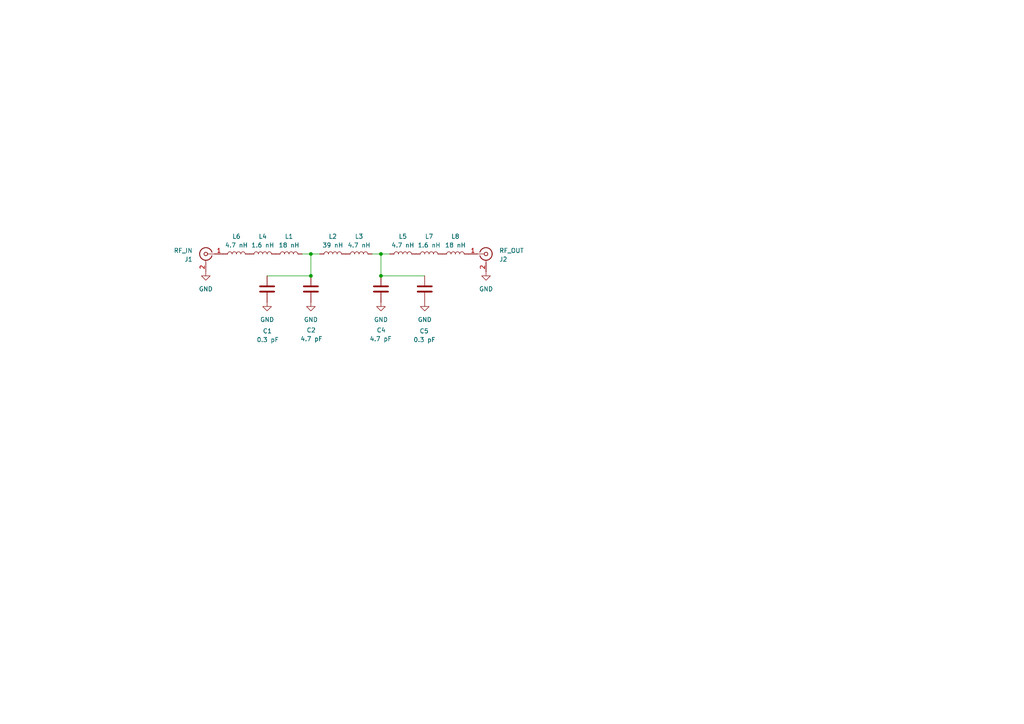
<source format=kicad_sch>
(kicad_sch (version 20231120) (generator "eeschema") (generator_version "8.0")
  (paper "A4")
  (lib_symbols
    (symbol "Connector:Conn_Coaxial" (pin_names (offset 1.016) hide)
      (property "Reference" "J" (at 0.254 3.048 0))
      (property "Value" "Conn_Coaxial" (at 2.921 0 90))
      (symbol "Conn_Coaxial_0_1"
        (arc (start -1.778 -0.508) (mid 0.2311 -1.8066) (end 1.778 0) (stroke (width 0.254)))
        (polyline (pts (xy -2.54 0) (xy -0.508 0)))
        (polyline (pts (xy 0 -2.54) (xy 0 -1.778)))
        (circle (center 0 0) (radius 0.508) (stroke (width 0.2032)))
        (arc (start 1.778 0) (mid 0.2099 1.8101) (end -1.778 0.508) (stroke (width 0.254)))
      )
      (symbol "Conn_Coaxial_1_1"
        (pin passive line (at -5.08 0 0) (length 2.54) (name "In") (number "1"))
        (pin passive line (at 0 -5.08 90) (length 2.54) (name "Ext") (number "2"))
      )
    )
    (symbol "Device:C" (pin_numbers hide) (pin_names (offset 0.254))
      (property "Reference" "C" (at 0.635 2.54 0))
      (property "Value" "C" (at 0.635 -2.54 0))
      (symbol "C_0_1"
        (polyline (pts (xy -2.032 -0.762) (xy 2.032 -0.762)) (stroke (width 0.508)))
        (polyline (pts (xy -2.032 0.762) (xy 2.032 0.762)) (stroke (width 0.508)))
      )
      (symbol "C_1_1"
        (pin passive line (at 0 3.81 270) (length 2.794) (name "~") (number "1"))
        (pin passive line (at 0 -3.81 90) (length 2.794) (name "~") (number "2"))
      )
    )
    (symbol "Device:L" (pin_numbers hide) (pin_names (offset 1.016) hide)
      (property "Reference" "L" (at -1.27 0 90))
      (property "Value" "L" (at 1.905 0 90))
      (symbol "L_0_1"
        (arc (start 0 -2.54) (mid 0.6323 -1.905) (end 0 -1.27))
        (arc (start 0 -1.27) (mid 0.6323 -0.635) (end 0 0))
        (arc (start 0 0) (mid 0.6323 0.635) (end 0 1.27))
        (arc (start 0 1.27) (mid 0.6323 1.905) (end 0 2.54))
      )
      (symbol "L_1_1"
        (pin passive line (at 0 3.81 270) (length 1.27) (name "1") (number "1"))
        (pin passive line (at 0 -3.81 90) (length 1.27) (name "2") (number "2"))
      )
    )
    (symbol "power:GND" (power) (pin_numbers hide) (pin_names (offset 0) hide)
      (property "Value" "GND" (at 0 -3.81 0))
      (symbol "GND_0_1"
        (polyline (pts (xy 0 0) (xy 0 -1.27) (xy 1.27 -1.27) (xy 0 -2.54) (xy -1.27 -1.27) (xy 0 -1.27)))
      )
      (symbol "GND_1_1"
        (pin power_in line (at 0 0 270) (length 0) (name "~") (number "1"))
      )
    )
  )
  (junction (at 110.49 73.66))
  (junction (at 90.17 80.01))
  (junction (at 110.49 80.01))
  (junction (at 90.17 73.66))
  (wire (pts (xy 87.63 73.66) (xy 90.17 73.66)))
  (wire (pts (xy 90.17 73.66) (xy 90.17 80.01)))
  (wire (pts (xy 110.49 80.01) (xy 123.19 80.01)))
  (wire (pts (xy 90.17 73.66) (xy 92.71 73.66)))
  (wire (pts (xy 110.49 73.66) (xy 110.49 80.01)))
  (wire (pts (xy 110.49 73.66) (xy 113.03 73.66)))
  (wire (pts (xy 107.95 73.66) (xy 110.49 73.66)))
  (wire (pts (xy 77.47 80.01) (xy 90.17 80.01)))
  (symbol (lib_id "Device:C") (at 110.49 83.82 0) (unit 1)
    (property "Reference" "C4" (at 109.22 95.758 0) (effects (justify left)))
    (property "Value" "4.7 pF" (at 107.188 98.298 0) (effects (justify left)))
    (property "Footprint" "Capacitor_SMD:C_0603_1608Metric" (effects (hide yes)))
    (property "Description" "Unpolarized capacitor" (effects (hide yes)))
  )
  (symbol (lib_id "Device:L") (at 83.82 73.66 90) (unit 1)
    (property "Reference" "L1" (at 83.82 68.58 90))
    (property "Value" "18 nH" (at 83.82 71.12 90))
    (property "Footprint" "Inductor_SMD:L_0603_1608Metric" (effects (hide yes)))
    (property "Description" "Inductor" (effects (hide yes)))
  )
  (symbol (lib_id "power:GND") (at 59.69 78.74 0) (unit 1)
    (property "Reference" "#PWR01" (effects (hide yes)))
    (property "Value" "GND" (at 59.69 83.82 0))
    (property "Description" "Power symbol creates a global label with name \"GND\" , ground" (effects (hide yes)))
  )
  (symbol (lib_id "Device:L") (at 76.2 73.66 90) (unit 1)
    (property "Reference" "L4" (at 76.2 68.58 90))
    (property "Value" "1.6 nH" (at 76.2 71.12 90))
    (property "Footprint" "Inductor_SMD:L_0603_1608Metric" (effects (hide yes)))
    (property "Description" "Inductor" (effects (hide yes)))
  )
  (symbol (lib_id "Connector:Conn_Coaxial") (at 140.97 73.66 0) (unit 1)
    (property "Reference" "J2" (at 144.78 75.2233 0) (effects (justify left)))
    (property "Value" "RF_OUT" (at 144.78 72.6833 0) (effects (justify left)))
    (property "Footprint" "sma_china:SMA_CHINA" (effects (hide yes)))
    (property "Description" "coaxial connector (BNC, SMA, SMB, SMC, Cinch/RCA, LEMO, ...)" (effects (hide yes)))
  )
  (symbol (lib_id "power:GND") (at 140.97 78.74 0) (unit 1)
    (property "Reference" "#PWR08" (effects (hide yes)))
    (property "Value" "GND" (at 140.97 83.82 0))
    (property "Description" "Power symbol creates a global label with name \"GND\" , ground" (effects (hide yes)))
  )
  (symbol (lib_id "Device:L") (at 104.14 73.66 90) (unit 1)
    (property "Reference" "L3" (at 104.14 68.58 90))
    (property "Value" "4.7 nH" (at 104.14 71.12 90))
    (property "Footprint" "Inductor_SMD:L_0603_1608Metric" (effects (hide yes)))
    (property "Description" "Inductor" (effects (hide yes)))
  )
  (symbol (lib_id "Device:C") (at 123.19 83.82 0) (unit 1)
    (property "Reference" "C5" (at 121.666 96.012 0) (effects (justify left)))
    (property "Value" "0.3 pF" (at 119.888 98.552 0) (effects (justify left)))
    (property "Footprint" "Capacitor_SMD:C_0603_1608Metric" (effects (hide yes)))
    (property "Description" "Unpolarized capacitor" (effects (hide yes)))
  )
  (symbol (lib_id "Device:L") (at 116.84 73.66 90) (unit 1)
    (property "Reference" "L5" (at 116.84 68.58 90))
    (property "Value" "4.7 nH" (at 116.84 71.12 90))
    (property "Footprint" "Inductor_SMD:L_0603_1608Metric" (effects (hide yes)))
    (property "Description" "Inductor" (effects (hide yes)))
  )
  (symbol (lib_id "Device:L") (at 132.08 73.66 90) (unit 1)
    (property "Reference" "L8" (at 132.08 68.58 90))
    (property "Value" "18 nH" (at 132.08 71.12 90))
    (property "Footprint" "Inductor_SMD:L_0603_1608Metric" (effects (hide yes)))
    (property "Description" "Inductor" (effects (hide yes)))
  )
  (symbol (lib_id "Device:L") (at 68.58 73.66 90) (unit 1)
    (property "Reference" "L6" (at 68.58 68.58 90))
    (property "Value" "4.7 nH" (at 68.58 71.12 90))
    (property "Footprint" "Inductor_SMD:L_0603_1608Metric" (effects (hide yes)))
    (property "Description" "Inductor" (effects (hide yes)))
  )
  (symbol (lib_id "Device:C") (at 90.17 83.82 0) (unit 1)
    (property "Reference" "C2" (at 88.9 95.758 0) (effects (justify left)))
    (property "Value" "4.7 pF" (at 87.122 98.298 0) (effects (justify left)))
    (property "Footprint" "Capacitor_SMD:C_0603_1608Metric" (effects (hide yes)))
    (property "Description" "Unpolarized capacitor" (effects (hide yes)))
  )
  (symbol (lib_id "power:GND") (at 110.49 87.63 0) (unit 1)
    (property "Reference" "#PWR05" (effects (hide yes)))
    (property "Value" "GND" (at 110.49 92.71 0))
    (property "Description" "Power symbol creates a global label with name \"GND\" , ground" (effects (hide yes)))
  )
  (symbol (lib_id "power:GND") (at 90.17 87.63 0) (unit 1)
    (property "Reference" "#PWR03" (effects (hide yes)))
    (property "Value" "GND" (at 90.17 92.71 0))
    (property "Description" "Power symbol creates a global label with name \"GND\" , ground" (effects (hide yes)))
  )
  (symbol (lib_id "Device:L") (at 96.52 73.66 90) (unit 1)
    (property "Reference" "L2" (at 96.52 68.58 90))
    (property "Value" "39 nH" (at 96.52 71.12 90))
    (property "Footprint" "Inductor_SMD:L_0603_1608Metric" (effects (hide yes)))
    (property "Description" "Inductor" (effects (hide yes)))
  )
  (symbol (lib_id "Device:L") (at 124.46 73.66 90) (unit 1)
    (property "Reference" "L7" (at 124.46 68.58 90))
    (property "Value" "1.6 nH" (at 124.46 71.12 90))
    (property "Footprint" "Inductor_SMD:L_0603_1608Metric" (effects (hide yes)))
    (property "Description" "Inductor" (effects (hide yes)))
  )
  (symbol (lib_id "power:GND") (at 123.19 87.63 0) (unit 1)
    (property "Reference" "#PWR06" (effects (hide yes)))
    (property "Value" "GND" (at 123.19 92.71 0))
    (property "Description" "Power symbol creates a global label with name \"GND\" , ground" (effects (hide yes)))
  )
  (symbol (lib_id "power:GND") (at 77.47 87.63 0) (unit 1)
    (property "Reference" "#PWR02" (effects (hide yes)))
    (property "Value" "GND" (at 77.47 92.71 0))
    (property "Description" "Power symbol creates a global label with name \"GND\" , ground" (effects (hide yes)))
  )
  (symbol (lib_id "Device:C") (at 77.47 83.82 0) (unit 1)
    (property "Reference" "C1" (at 76.2 96.012 0) (effects (justify left)))
    (property "Value" "0.3 pF" (at 74.422 98.552 0) (effects (justify left)))
    (property "Footprint" "Capacitor_SMD:C_0603_1608Metric" (effects (hide yes)))
    (property "Description" "Unpolarized capacitor" (effects (hide yes)))
  )
  (symbol (lib_id "Connector:Conn_Coaxial") (at 59.69 73.66 0) (mirror y) (unit 1)
    (property "Reference" "J1" (at 55.88 75.2233 0) (effects (justify left)))
    (property "Value" "RF_IN" (at 55.88 72.6833 0) (effects (justify left)))
    (property "Footprint" "sma_china:SMA_CHINA" (effects (hide yes)))
    (property "Description" "coaxial connector (BNC, SMA, SMB, SMC, Cinch/RCA, LEMO, ...)" (effects (hide yes)))
  )
)
</source>
